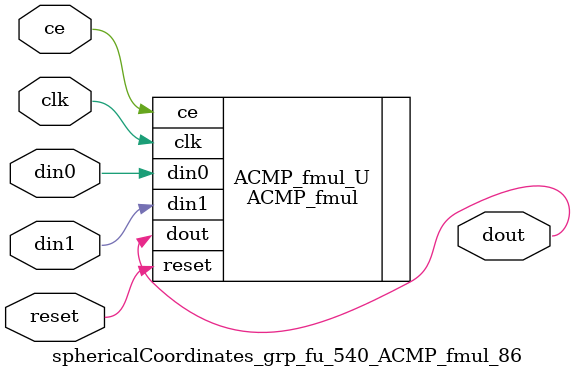
<source format=v>

`timescale 1 ns / 1 ps
module sphericalCoordinates_grp_fu_540_ACMP_fmul_86(
    clk,
    reset,
    ce,
    din0,
    din1,
    dout);

parameter ID = 32'd1;
parameter NUM_STAGE = 32'd1;
parameter din0_WIDTH = 32'd1;
parameter din1_WIDTH = 32'd1;
parameter dout_WIDTH = 32'd1;
input clk;
input reset;
input ce;
input[din0_WIDTH - 1:0] din0;
input[din1_WIDTH - 1:0] din1;
output[dout_WIDTH - 1:0] dout;



ACMP_fmul #(
.ID( ID ),
.NUM_STAGE( 4 ),
.din0_WIDTH( din0_WIDTH ),
.din1_WIDTH( din1_WIDTH ),
.dout_WIDTH( dout_WIDTH ))
ACMP_fmul_U(
    .clk( clk ),
    .reset( reset ),
    .ce( ce ),
    .din0( din0 ),
    .din1( din1 ),
    .dout( dout ));

endmodule

</source>
